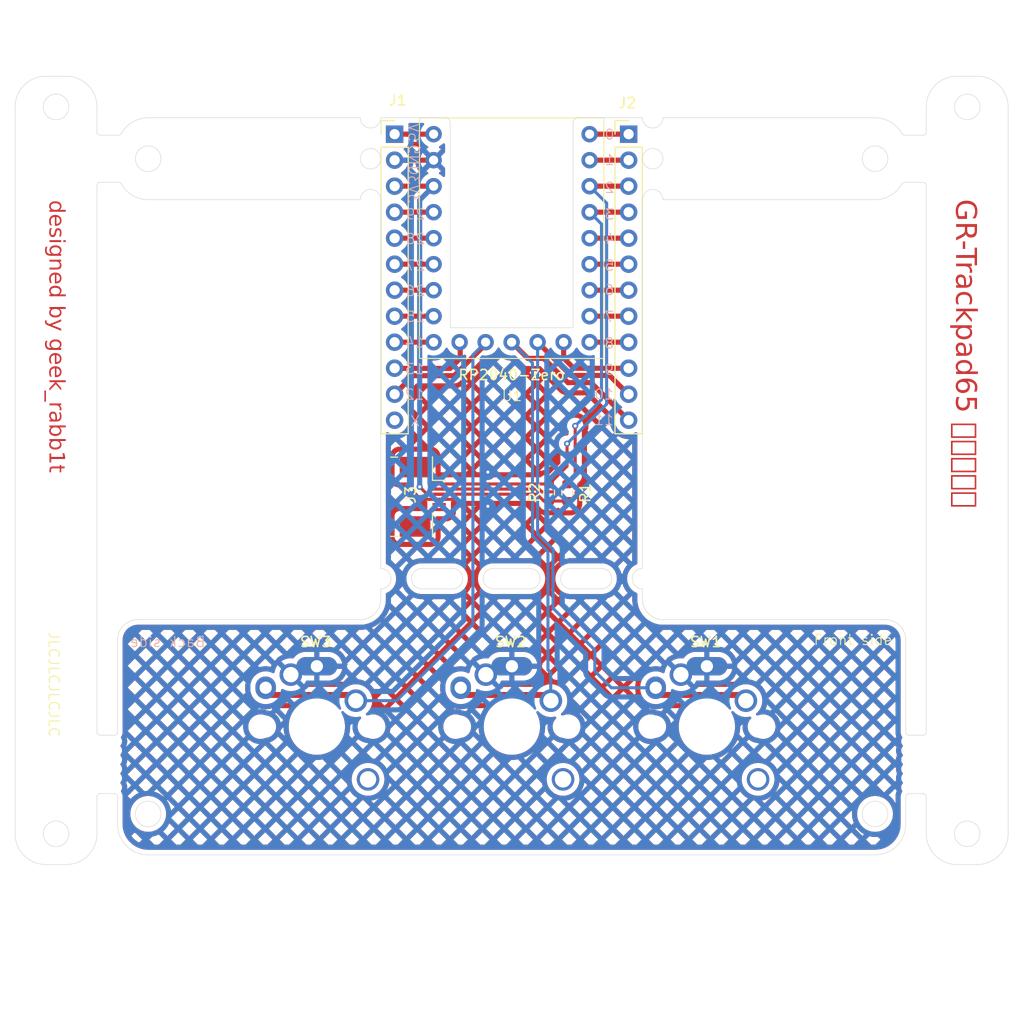
<source format=kicad_pcb>
(kicad_pcb (version 20240108) (generator "pcbnew") (generator_version "8.0")
  (layers (0 "F.Cu" signal) (31 "B.Cu" signal) (34 "B.Paste" user) (35 "F.Paste" user) (36 "B.SilkS" user "B.Silkscreen") (37 "F.SilkS" user "F.Silkscreen") (38 "B.Mask" user) (39 "F.Mask" user) (44 "Edge.Cuts" user))
  (net 0 "")
  (net 1 "/SCL")
  (net 2 "GND")
  (net 3 "+3.3V")
  (net 4 "/SDA")
  (net 5 "Net-(J1-Pin_4)")
  (net 6 "Net-(J1-Pin_8)")
  (net 7 "Net-(J1-Pin_1)")
  (net 8 "Net-(J1-Pin_7)")
  (net 9 "Net-(J1-Pin_11)")
  (net 11 "Net-(J1-Pin_10)")
  (net 12 "Net-(J1-Pin_9)")
  (net 13 "Net-(J1-Pin_6)")
  (net 14 "Net-(J1-Pin_5)")
  (net 15 "Net-(J2-Pin_6)")
  (net 16 "Net-(J2-Pin_5)")
  (net 17 "Net-(J2-Pin_8)")
  (net 18 "Net-(J2-Pin_10)")
  (net 19 "Net-(J2-Pin_2)")
  (net 20 "Net-(J2-Pin_11)")
  (net 21 "Net-(J2-Pin_9)")
  (net 22 "Net-(J2-Pin_7)")
  (net 23 "Net-(J2-Pin_1)")
  (net 24 "Net-(J2-Pin_12)")
  (footprint "gr_keyboard:RP2040-Zero" (layer "F.Cu") (at 99.51 69.74)
    (property "Reference" "U1" (at 0.04 15.41 0) (layer "F.SilkS") (effects (font (thickness 0.1))))
    (property "Value" "RP2040-Zero" (at 0 13.36 0) (layer "F.SilkS"))
    (fp_rect (start -9 -11.75) (end 9 11.75) (stroke (width 0.1)) (fill none) (layer "F.SilkS"))
    (fp_text user "27" (at -8.38 3.26 0) (layer "B.SilkS") (effects (font (thickness 0.1)) (justify left bottom mirror)))
    (fp_text user "4" (at 9.02 0.66 0) (layer "B.SilkS") (effects (font (thickness 0.1)) (justify right bottom mirror)))
    (fp_text user "6" (at 9.02 5.64 0) (layer "B.SilkS") (effects (font (thickness 0.1)) (justify right bottom mirror)))
    (fp_text user "3V3" (at -10.18 -3.34 -90) (layer "B.SilkS") (effects (font (thickness 0.1)) (justify left bottom mirror)))
    (fp_text user "7" (at 9.02 8.26 0) (layer "B.SilkS") (effects (font (thickness 0.1)) (justify right bottom mirror)))
    (fp_text user "29" (at -8.38 -1.76 0) (layer "B.SilkS") (effects (font (thickness 0.1)) (justify left bottom mirror)))
    (fp_text user "26" (at -8.38 5.74 0) (layer "B.SilkS") (effects (font (thickness 0.1)) (justify left bottom mirror)))
    (fp_text user "GND" (at -8.88 -9.24 90) (layer "B.SilkS") (effects (font (thickness 0.1)) (justify left bottom mirror)))
    (fp_text user "5V" (at -10.18 -9.34 -90) (layer "B.SilkS") (effects (font (thickness 0.1)) (justify left bottom mirror)))
    (fp_text user "11" (at 9.02 18.34 0) (layer "B.SilkS") (effects (font (thickness 0.1)) (justify bottom mirror)))
    (fp_text user "9" (at 9.52 13.44 0) (layer "B.SilkS") (effects (font (thickness 0.1)) (justify bottom mirror)))
    (fp_text user "0" (at 9.02 -9.54 0) (layer "B.SilkS") (effects (font (thickness 0.1)) (justify right bottom mirror)))
    (fp_text user "1" (at 9.02 -7.06 0) (layer "B.SilkS") (effects (font (thickness 0.1)) (justify right bottom mirror)))
    (fp_text user "5" (at 9.02 3.26 0) (layer "B.SilkS") (effects (font (thickness 0.1)) (justify right bottom mirror)))
    (fp_text user "28" (at -8.38 0.66 0) (layer "B.SilkS") (effects (font (thickness 0.1)) (justify left bottom mirror)))
    (fp_text user "14" (at -8.48 10.76 0) (layer "B.SilkS") (effects (font (thickness 0.1)) (justify left bottom mirror)))
    (fp_text user "12" (at -9.48 15.86 0) (layer "B.SilkS") (effects (font (thickness 0.1)) (justify bottom mirror)))
    (fp_text user "3" (at 9.02 -1.74 0) (layer "B.SilkS") (effects (font (thickness 0.1)) (justify right bottom mirror)))
    (fp_text user "10" (at 9.02 15.84 0) (layer "B.SilkS") (effects (font (thickness 0.1)) (justify bottom mirror)))
    (fp_text user "2" (at 9.02 -4.34 0) (layer "B.SilkS") (effects (font (thickness 0.1)) (justify right bottom mirror)))
    (fp_text user "8" (at 9 10.86 0) (layer "B.SilkS") (effects (font (thickness 0.1)) (justify right bottom mirror)))
    (fp_text user "15" (at -8.38 8.26 0) (layer "B.SilkS") (effects (font (thickness 0.1)) (justify left bottom mirror)))
    (fp_text user "13" (at -9.48 13.36 0) (layer "B.SilkS") (effects (font (thickness 0.1)) (justify bottom mirror)))
    (pad "0" thru_hole circle (at 7.62 -10.16) (size 1.6 1.6) (drill 0.9) (layers "*.Cu" "*.Mask") (net 23 "Net-(J2-Pin_1)"))
    (pad "1" thru_hole circle (at 7.62 -7.62) (size 1.6 1.6) (drill 0.9) (layers "*.Cu" "*.Mask") (net 19 "Net-(J2-Pin_2)"))
    (pad "2" thru_hole circle (at 7.62 -5.08) (size 1.6 1.6) (drill 0.9) (layers "*.Cu" "*.Mask") (net 4 "/SDA"))
    (pad "3" thru_hole circle (at 7.62 -2.54) (size 1.6 1.6) (drill 0.9) (layers "*.Cu" "*.Mask") (net 1 "/SCL"))
    (pad "4" thru_hole circle (at 7.62 0) (size 1.6 1.6) (drill 0.9) (layers "*.Cu" "*.Mask") (net 16 "Net-(J2-Pin_5)"))
    (pad "5" thru_hole circle (at 7.62 2.54) (size 1.6 1.6) (drill 0.9) (layers "*.Cu" "*.Mask") (net 15 "Net-(J2-Pin_6)"))
    (pad "6" thru_hole circle (at 7.62 5.08) (size 1.6 1.6) (drill 0.9) (layers "*.Cu" "*.Mask") (net 22 "Net-(J2-Pin_7)"))
    (pad "7" thru_hole circle (at 7.62 7.62) (size 1.6 1.6) (drill 0.9) (layers "*.Cu" "*.Mask") (net 17 "Net-(J2-Pin_8)"))
    (pad "8" thru_hole circle (at 7.62 10.16) (size 1.6 1.6) (drill 0.9) (layers "*.Cu" "*.Mask") (net 21 "Net-(J2-Pin_9)"))
    (pad "9" thru_hole circle (at 5.08 10.16) (size 1.6 1.6) (drill 0.9) (layers "*.Cu" "*.Mask") (net 18 "Net-(J2-Pin_10)"))
    (pad "10" thru_hole circle (at 2.54 10.16) (size 1.6 1.6) (drill 0.9) (layers "*.Cu" "*.Mask") (net 20 "Net-(J2-Pin_11)"))
    (pad "11" thru_hole circle (at 0 10.16) (size 1.6 1.6) (drill 0.9) (layers "*.Cu" "*.Mask") (net 24 "Net-(J2-Pin_12)"))
    (pad "12" thru_hole circle (at -2.54 10.16) (size 1.6 1.6) (drill 0.9) (layers "*.Cu" "*.Mask") (net 9 "Net-(J1-Pin_11)"))
    (pad "13" thru_hole circle (at -5.08 10.16) (size 1.6 1.6) (drill 0.9) (layers "*.Cu" "*.Mask") (net 11 "Net-(J1-Pin_10)"))
    (pad "14" thru_hole circle (at -7.62 10.16) (size 1.6 1.6) (drill 0.9) (layers "*.Cu" "*.Mask") (net 12 "Net-(J1-Pin_9)"))
    (pad "15" thru_hole circle (at -7.62 7.62) (size 1.6 1.6) (drill 0.9) (layers "*.Cu" "*.Mask") (net 6 "Net-(J1-Pin_8)"))
    (pad "26" thru_hole circle (at -7.62 5.08) (size 1.6 1.6) (drill 0.9) (layers "*.Cu" "*.Mask") (net 8 "Net-(J1-Pin_7)"))
    (pad "27" thru_hole circle (at -7.62 2.54) (size 1.6 1.6) (drill 0.9) (layers "*.Cu" "*.Mask") (net 13 "Net-(J1-Pin_6)"))
    (pad "28" thru_hole circle (at -7.62 0) (size 1.6 1.6) (drill 0.9) (layers "*.Cu" "*.Mask") (net 14 "Net-(J1-Pin_5)"))
    (pad "29" thru_hole circle (at -7.62 -2.54) (size 1.6 1.6) (drill 0.9) (layers "*.Cu" "*.Mask") (net 5 "Net-(J1-Pin_4)"))
    (pad "30" thru_hole circle (at -7.62 -5.08) (size 1.6 1.6) (drill 0.9) (layers "*.Cu" "*.Mask") (net 3 "+3.3V"))
    (pad "31" thru_hole circle (at -7.62 -7.62) (size 1.6 1.6) (drill 0.9) (layers "*.Cu" "*.Mask") (net 2 "GND"))
    (pad "32" thru_hole circle (at -7.62 -10.16) (size 1.6 1.6) (drill 0.9) (layers "*.Cu" "*.Mask") (net 7 "Net-(J1-Pin_1)"))
  )
  (footprint "gr_keyboard:MX_Choc_solder" (layer "F.Cu") (at 109.06 126.98 180)
    (property "Reference" "SW2" (at 9.65 17.8 0) (layer "F.SilkS"))
    (property "Value" "SW_Push")
    (pad "" np_thru_hole circle (at 4.025 9.525 270) (size 1.9 1.9) (drill 1.9) (layers "*.Cu" "*.Mask"))
    (pad "" np_thru_hole circle (at 4.445 9.525 270) (size 1.7 1.7) (drill 1.7) (layers "*.Cu" "*.Mask"))
    (pad "" thru_hole circle (at 4.525 4.375 270) (size 2.2 2.2) (drill 1.6) (layers "*.Cu" "*.Mask"))
    (pad "" np_thru_hole circle (at 9.525 9.525 270) (size 5 5) (drill 5) (layers "*.Cu" "*.Mask"))
    (pad "" np_thru_hole circle (at 14.605 9.525 270) (size 1.7 1.7) (drill 1.7) (layers "*.Cu" "*.Mask"))
    (pad "" np_thru_hole circle (at 15.025 9.525 270) (size 1.9 1.9) (drill 1.9) (layers "*.Cu" "*.Mask"))
    (pad "1" thru_hole circle (at 5.715 12.065 270) (size 2.2 2.2) (drill 1.5) (layers "*.Cu" "*.Mask") (net 24 "Net-(J2-Pin_12)"))
    (pad "1" smd rect (at 10.26 12.62 270) (size 0.58 7.68) (layers "F.Cu") (net 24 "Net-(J2-Pin_12)"))
    (pad "1" thru_hole oval (at 14.525 13.325 180) (size 2 2.2) (drill 1.2) (layers "*.Cu" "*.Mask") (net 24 "Net-(J2-Pin_12)"))
    (pad "2" thru_hole oval (at 9.525 15.425 180) (size 4 1.8) (drill 1.2) (layers "*.Cu" "*.Mask") (net 2 "GND"))
    (pad "2" thru_hole circle (at 12.065 14.605 270) (size 2.2 2.2) (drill 1.5) (layers "*.Cu" "*.Mask") (net 2 "GND"))
  )
  (footprint "gr_keyboard:assembly_tool_hole" (layer "F.Cu") (at 55.01 122.92)
    (property "Reference" "REF**" (hide yes))
    (property "Value" "assembly_tool_hole" (hide yes))
    (pad "" np_thru_hole circle (at 0 0) (size 1.152 1.152) (drill 1.152) (layers "F&B.Cu" "*.Mask"))
  )
  (footprint "gr_keyboard:MX_Choc_solder" (layer "F.Cu") (at 90.01 126.98 180)
    (property "Reference" "SW3" (at 9.65 17.8 0) (layer "F.SilkS"))
    (property "Value" "SW_Push")
    (pad "" np_thru_hole circle (at 4.025 9.525 270) (size 1.9 1.9) (drill 1.9) (layers "*.Cu" "*.Mask"))
    (pad "" np_thru_hole circle (at 4.445 9.525 270) (size 1.7 1.7) (drill 1.7) (layers "*.Cu" "*.Mask"))
    (pad "" thru_hole circle (at 4.525 4.375 270) (size 2.2 2.2) (drill 1.6) (layers "*.Cu" "*.Mask"))
    (pad "" np_thru_hole circle (at 9.525 9.525 270) (size 5 5) (drill 5) (layers "*.Cu" "*.Mask"))
    (pad "" np_thru_hole circle (at 14.605 9.525 270) (size 1.7 1.7) (drill 1.7) (layers "*.Cu" "*.Mask"))
    (pad "" np_thru_hole circle (at 15.025 9.525 270) (size 1.9 1.9) (drill 1.9) (layers "*.Cu" "*.Mask"))
    (pad "1" thru_hole circle (at 5.715 12.065 270) (size 2.2 2.2) (drill 1.5) (layers "*.Cu" "*.Mask") (net 9 "Net-(J1-Pin_11)"))
    (pad "1" smd rect (at 10.26 12.62 270) (size 0.58 7.68) (layers "F.Cu") (net 9 "Net-(J1-Pin_11)"))
    (pad "1" thru_hole oval (at 14.525 13.325 180) (size 2 2.2) (drill 1.2) (layers "*.Cu" "*.Mask") (net 9 "Net-(J1-Pin_11)"))
    (pad "2" thru_hole oval (at 9.525 15.425 180) (size 4 1.8) (drill 1.2) (layers "*.Cu" "*.Mask") (net 2 "GND"))
    (pad "2" thru_hole circle (at 12.065 14.605 270) (size 2.2 2.2) (drill 1.5) (layers "*.Cu" "*.Mask") (net 2 "GND"))
  )
  (footprint "gr_keyboard:assembly_tool_hole" (layer "F.Cu") (at 55.01 61.92)
    (property "Reference" "REF**" (hide yes))
    (property "Value" "assembly_tool_hole" (hide yes))
    (pad "" np_thru_hole circle (at 0 0) (size 1.152 1.152) (drill 1.152) (layers "F&B.Cu" "*.Mask"))
  )
  (footprint "gr_keyboard:mouse_bites_round" (layer "F.Cu") (at 135.01 65.979762 180)
    (property "Reference" "REF**" (hide yes))
    (property "Value" "mouse_bites" (hide yes))
    (fp_line (start -2.885667 6.300838) (end -4.7 6.3) (stroke (width 0.05)) (layer "Edge.Cuts"))
    (fp_line (start -2.885667 1.699162) (end -4.7 1.7) (stroke (width 0.05)) (layer "Edge.Cuts"))
    (fp_arc (start 0 8) (mid -1.520224 7.586294) (end -2.621165 6.459279) (stroke (width 0.05)) (layer "Edge.Cuts"))
    (fp_arc (start -2.621165 1.540721) (mid -1.520224 0.413706) (end 0 0) (stroke (width 0.05)) (layer "Edge.Cuts"))
    (fp_arc (start -2.621165 1.540721) (mid -2.731504 1.656522) (end -2.885667 1.699162) (stroke (width 0.05)) (layer "Edge.Cuts"))
    (fp_arc (start -2.885667 6.300838) (mid -2.731505 6.34348) (end -2.621165 6.459279) (stroke (width 0.05)) (layer "Edge.Cuts"))
    (fp_arc (start -4.7 1.7) (mid -4.912132 1.612132) (end -5 1.4) (stroke (width 0.05)) (layer "Edge.Cuts"))
    (fp_arc (start -5 6.6) (mid -4.912132 6.387868) (end -4.7 6.3) (stroke (width 0.05)) (layer "Edge.Cuts"))
    (pad "" np_thru_hole circle (at -3.1 3.1 180) (size 0.6 0.6) (drill 0.6) (layers "F&B.Cu" "*.Mask"))
    (pad "" np_thru_hole circle (at -3.1 4 180) (size 0.6 0.6) (drill 0.6) (layers "F&B.Cu" "*.Mask"))
    (pad "" np_thru_hole circle (at -3.1 4.9 180) (size 0.6 0.6) (drill 0.6) (layers "F&B.Cu" "*.Mask"))
    (pad "" np_thru_hole circle (at -2.95 2.2 180) (size 0.6 0.6) (drill 0.6) (layers "F&B.Cu" "*.Mask"))
    (pad "" np_thru_hole circle (at -2.95 5.8 180) (size 0.6 0.6) (drill 0.6) (layers "F&B.Cu" "*.Mask"))
  )
  (footprint "gr_keyboard:Jushuo_AFC07-S06FCA-00_1x6-1MP_P0.50_Horizontal-JLC" (layer "F.Cu") (at 91.58 95 90)
    (property "Reference" "J3" (at 0.2 -1.95 90) (layer "F.SilkS"))
    (property "Value" "Conn_01x06")
    (fp_line (start 3.87 -3.2) (end 3.87 -3.88) (stroke (width 0.12)) (layer "F.SilkS"))
    (fp_line (start -3.87 -3.2) (end -3.87 -3.88) (stroke (width 0.12)) (layer "F.SilkS"))
    (fp_line (start 1.6 0.2) (end 3.9 0.2) (stroke (width 0.12)) (layer "F.SilkS"))
    (fp_line (start 1.6 0.2) (end 1.6 1.5) (stroke (width 0.12)) (layer "F.SilkS"))
    (fp_line (start -1.6 0.2) (end -3.9 0.2) (stroke (width 0.12)) (layer "F.SilkS"))
    (pad "" smd rect (at -2.9 -1.5 270) (size 2 3) (layers "F.Cu" "F.Paste" "F.Mask"))
    (pad "" smd rect (at 2.9 -1.5 270) (size 2 3) (layers "F.Cu" "F.Paste" "F.Mask"))
    (pad "1" smd rect (at 1.25 0.85 270) (size 0.3 1.3) (layers "F.Cu" "F.Paste" "F.Mask") (net 4 "/SDA"))
    (pad "2" smd rect (at 0.75 0.85 270) (size 0.3 1.3) (layers "F.Cu" "F.Paste" "F.Mask") (net 1 "/SCL"))
    (pad "3" smd rect (at 0.25 0.85 270) (size 0.3 1.3) (layers "F.Cu" "F.Paste" "F.Mask") (net 3 "+3.3V"))
    (pad "4" smd rect (at -0.25 0.85 270) (size 0.3 1.3) (layers "F.Cu" "F.Paste" "F.Mask") (net 2 "GND"))
    (pad "5" smd rect (at -0.75 0.85 270) (size 0.3 1.3) (layers "F.Cu" "F.Paste" "F.Mask"))
    (pad "6" smd rect (at -1.25 0.85 270) (size 0.3 1.3) (layers "F.Cu" "F.Paste" "F.Mask"))
  )
  (footprint "gr_keyboard:mouse_bites_round" (layer "F.Cu") (at 64.01 57.98)
    (property "Reference" "REF**" (hide yes))
    (property "Value" "mouse_bites" (hide yes))
    (fp_line (start -2.885667 1.699162) (end -4.7 1.7) (stroke (width 0.05)) (layer "Edge.Cuts"))
    (fp_line (start -2.885667 6.300838) (end -4.7 6.3) (stroke (width 0.05)) (layer "Edge.Cuts"))
    (fp_arc (start -5 6.6) (mid -4.912132 6.387868) (end -4.7 6.3) (stroke (width 0.05)) (layer "Edge.Cuts"))
    (fp_arc (start -4.7 1.7) (mid -4.912132 1.612132) (end -5 1.4) (stroke (width 0.05)) (layer "Edge.Cuts"))
    (fp_arc (start -2.885667 6.300838) (mid -2.731505 6.34348) (end -2.621165 6.459279) (stroke (width 0.05)) (layer "Edge.Cuts"))
    (fp_arc (start -2.621165 1.540721) (mid -2.731504 1.656522) (end -2.885667 1.699162) (stroke (width 0.05)) (layer "Edge.Cuts"))
    (fp_arc (start -2.621165 1.540721) (mid -1.520224 0.413706) (end 0 0) (stroke (width 0.05)) (layer "Edge.Cuts"))
    (fp_arc (start 0 8) (mid -1.520224 7.586294) (end -2.621165 6.459279) (stroke (width 0.05)) (layer "Edge.Cuts"))
    (pad "" np_thru_hole circle (at -3.1 3.1) (size 0.6 0.6) (drill 0.6) (layers "F&B.Cu" "*.Mask"))
    (pad "" np_thru_hole circle (at -3.1 4) (size 0.6 0.6) (drill 0.6) (layers "F&B.Cu" "*.Mask"))
    (pad "" np_thru_hole circle (at -3.1 4.9) (size 0.6 0.6) (drill 0.6) (layers "F&B.Cu" "*.Mask"))
    (pad "" np_thru_hole circle (at -2.95 2.2) (size 0.6 0.6) (drill 0.6) (layers "F&B.Cu" "*.Mask"))
    (pad "" np_thru_hole circle (at -2.95 5.8) (size 0.6 0.6) (drill 0.6) (layers "F&B.Cu" "*.Mask"))
  )
  (footprint "gr_keyboard:MX_Choc_solder" (layer "F.Cu") (at 128.11 126.98 180)
    (property "Reference" "SW1" (at 9.65 17.8 0) (layer "F.SilkS"))
    (property "Value" "SW_Push")
    (pad "" np_thru_hole circle (at 4.025 9.525 270) (size 1.9 1.9) (drill 1.9) (layers "*.Cu" "*.Mask"))
    (pad "" np_thru_hole circle (at 4.445 9.525 270) (size 1.7 1.7) (drill 1.7) (layers "*.Cu" "*.Mask"))
    (pad "" thru_hole circle (at 4.525 4.375 270) (size 2.2 2.2) (drill 1.6) (layers "*.Cu" "*.Mask"))
    (pad "" np_thru_hole circle (at 9.525 9.525 270) (size 5 5) (drill 5) (layers "*.Cu" "*.Mask"))
    (pad "" np_thru_hole circle (at 14.605 9.525 270) (size 1.7 1.7) (drill 1.7) (layers "*.Cu" "*.Mask"))
    (pad "" np_thru_hole circle (at 15.025 9.525 270) (size 1.9 1.9) (drill 1.9) (layers "*.Cu" "*.Mask"))
    (pad "1" thru_hole circle (at 5.715 12.065 270) (size 2.2 2.2) (drill 1.5) (layers "*.Cu" "*.Mask") (net 20 "Net-(J2-Pin_11)"))
    (pad "1" smd rect (at 10.26 12.62 270) (size 0.58 7.68) (layers "F.Cu") (net 20 "Net-(J2-Pin_11)"))
    (pad "1" thru_hole oval (at 14.525 13.325 180) (size 2 2.2) (drill 1.2) (layers "*.Cu" "*.Mask") (net 20 "Net-(J2-Pin_11)"))
    (pad "2" thru_hole oval (at 9.525 15.425 180) (size 4 1.8) (drill 1.2) (layers "*.Cu" "*.Mask") (net 2 "GND"))
    (pad "2" thru_hole circle (at 12.065 14.605 270) (size 2.2 2.2) (drill 1.5) (layers "*.Cu" "*.Mask") (net 2 "GND"))
  )
  (footprint "Connector_PinHeader_2.54mm:PinHeader_1x12_P2.54mm_Vertical" (layer "F.Cu") (at 110.94 59.579762)
    (property "Reference" "J2" (at -0.13 -3.049762 0) (layer "F.SilkS"))
    (property "Value" "Conn_01x12")
    (fp_line (start -1.33 -1.33) (end 0 -1.33) (stroke (width 0.12)) (layer "F.SilkS"))
    (fp_line (start -1.33 0) (end -1.33 -1.33) (stroke (width 0.12)) (layer "F.SilkS"))
    (fp_line (start -1.33 1.27) (end -1.33 29.27) (stroke (width 0.12)) (layer "F.SilkS"))
    (fp_line (start -1.33 1.27) (end 1.33 1.27) (stroke (width 0.12)) (layer "F.SilkS"))
    (fp_line (start -1.33 29.27) (end 1.33 29.27) (stroke (width 0.12)) (layer "F.SilkS"))
    (fp_line (start 1.33 1.27) (end 1.33 29.27) (stroke (width 0.12)) (layer "F.SilkS"))
    (pad "1" thru_hole rect (at 0 0) (size 1.7 1.7) (drill 1) (layers "*.Cu" "*.Mask") (net 23 "Net-(J2-Pin_1)"))
    (pad "2" thru_hole oval (at 0 2.54) (size 1.7 1.7) (drill 1) (layers "*.Cu" "*.Mask") (net 19 "Net-(J2-Pin_2)"))
    (pad "3" thru_hole oval (at 0 5.08) (size 1.7 1.7) (drill 1) (layers "*.Cu" "*.Mask") (net 4 "/SDA"))
    (pad "4" thru_hole oval (at 0 7.62) (size 1.7 1.7) (drill 1) (layers "*.Cu" "*.Mask") (net 1 "/SCL"))
    (pad "5" thru_hole oval (at 0 10.16) (size 1.7 1.7) (drill 1) (layers "*.Cu" "*.Mask") (net 16 "Net-(J2-Pin_5)"))
    (pad "6" thru_hole oval (at 0 12.7) (size 1.7 1.7) (drill 1) (layers "*.Cu" "*.Mask") (net 15 "Net-(J2-Pin_6)"))
    (pad "7" thru_hole oval (at 0 15.24) (size 1.7 1.7) (drill 1) (layers "*.Cu" "*.Mask") (net 22 "Net-(J2-Pin_7)"))
    (pad "8" thru_hole oval (at 0 17.78) (size 1.7 1.7) (drill 1) (layers "*.Cu" "*.Mask") (net 17 "Net-(J2-Pin_8)"))
    (pad "9" thru_hole oval (at 0 20.32) (size 1.7 1.7) (drill 1) (layers "*.Cu" "*.Mask") (net 21 "Net-(J2-Pin_9)"))
    (pad "10" thru_hole oval (at 0 22.86) (size 1.7 1.7) (drill 1) (layers "*.Cu" "*.Mask") (net 18 "Net-(J2-Pin_10)"))
    (pad "11" thru_hole oval (at 0 25.4) (size 1.7 1.7) (drill 1) (layers "*.Cu" "*.Mask") (net 20 "Net-(J2-Pin_11)"))
    (pad "12" thru_hole oval (at 0 27.94) (size 1.7 1.7) (drill 1) (layers "*.Cu" "*.Mask") (net 24 "Net-(J2-Pin_12)"))
  )
  (footprint "gr_keyboard:mouse_bites" (layer "F.Cu") (at 140.01 124.29 180)
    (property "Reference" "REF**" (hide yes))
    (property "Value" "mouse_bites" (hide yes))
    (fp_line (start 1.7 6) (end 0.3 6) (stroke (width 0.05)) (layer "Edge.Cuts"))
    (fp_line (start 1.7 0.3) (end 0.3 0.3) (stroke (width 0.05)) (layer "Edge.Cuts"))
    (fp_arc (start 2 0) (mid 1.912132 0.212132) (end 1.7 0.3) (stroke (width 0.05)) (layer "Edge.Cuts"))
    (fp_arc (start 1.7 6) (mid 1.912132 6.087868) (end 2 6.3) (stroke (width 0.05)) (layer "Edge.Cuts"))
    (fp_arc (start 0.3 0.3) (mid 0.087868 0.212132) (end 0 0) (stroke (width 0.05)) (layer "Edge.Cuts"))
    (fp_arc (start 0 6.3) (mid 0.087868 6.087868) (end 0.3 6) (stroke (width 0.05)) (layer "Edge.Cuts"))
    (pad "" np_thru_hole circle (at 1.9 0.9 180) (size 0.6 0.6) (drill 0.6) (layers "F&B.Cu" "*.Mask"))
    (pad "" np_thru_hole circle (at 1.9 1.8 180) (size 0.6 0.6) (drill 0.6) (layers "F&B.Cu" "*.Mask"))
    (pad "" np_thru_hole circle (at 1.9 2.7 180) (size 0.6 0.6) (drill 0.6) (layers "F&B.Cu" "*.Mask"))
    (pad "" np_thru_hole circle (at 1.9 3.6 180) (size 0.6 0.6) (drill 0.6) (layers "F&B.Cu" "*.Mask"))
    (pad "" np_thru_hole circle (at 1.9 4.5 180) (size 0.6 0.6) (drill 0.6) (layers "F&B.Cu" "*.Mask"))
    (pad "" np_thru_hole circle (at 1.9 5.4 180) (size 0.6 0.6) (drill 0.6) (layers "F&B.Cu" "*.Mask"))
  )
  (footprint "gr_keyboard:mouse_bites" (layer "F.Cu") (at 59.01 117.99)
    (property "Reference" "REF**" (hide yes))
    (property "Value" "mouse_bites" (hide yes))
    (fp_line (start 1.7 0.3) (end 0.3 0.3) (stroke (width 0.05)) (layer "Edge.Cuts"))
    (fp_line (start 1.7 6) (end 0.3 6) (stroke (width 0.05)) (layer "Edge.Cuts"))
    (fp_arc (start 0 6.3) (mid 0.087868 6.087868) (end 0.3 6) (stroke (width 0.05)) (layer "Edge.Cuts"))
    (fp_arc (start 0.3 0.3) (mid 0.087868 0.212132) (end 0 0) (stroke (width 0.05)) (layer "Edge.Cuts"))
    (fp_arc (start 1.7 6) (mid 1.912132 6.087868) (end 2 6.3) (stroke (width 0.05)) (layer "Edge.Cuts"))
    (fp_arc (start 2 0) (mid 1.912132 0.212132) (end 1.7 0.3) (stroke (width 0.05)) (layer "Edge.Cuts"))
    (pad "" np_thru_hole circle (at 1.9 0.9) (size 0.6 0.6) (drill 0.6) (layers "F&B.Cu" "*.Mask"))
    (pad "" np_thru_hole circle (at 1.9 1.8) (size 0.6 0.6) (drill 0.6) (layers "F&B.Cu" "*.Mask"))
    (pad "" np_thru_hole circle (at 1.9 2.7) (size 0.6 0.6) (drill 0.6) (layers "F&B.Cu" "*.Mask"))
    (pad "" np_thru_hole circle (at 1.9 3.6) (size 0.6 0.6) (drill 0.6) (layers "F&B.Cu" "*.Mask"))
    (pad "" np_thru_hole circle (at 1.9 4.5) (size 0.6 0.6) (drill 0.6) (layers "F&B.Cu" "*.Mask"))
    (pad "" np_thru_hole circle (at 1.9 5.4) (size 0.6 0.6) (drill 0.6) (layers "F&B.Cu" "*.Mask"))
  )
  (footprint "Resistor_SMD:R_0603_1608Metric" (layer "F.Cu") (at 104.94 94.6 90)
    (property "Reference" "R1" (at -0.01 1.77 90) (layer "F.SilkS"))
    (property "Value" "1kΩ")
    (fp_line (start -0.237258 -0.5225) (end 0.237258 -0.5225) (stroke (width 0.12)) (layer "F.SilkS"))
    (fp_line (start -0.237258 0.5225) (end 0.237258 0.5225) (stroke (width 0.12)) (layer "F.SilkS"))
    (pad "1" smd roundrect (at -0.825 0 90) (size 0.8 0.95) (layers "F.Cu" "F.Paste" "F.Mask") (net 3 "+3.3V"))
    (pad "2" smd roundrect (at 0.825 0 90) (size 0.8 0.95) (layers "F.Cu" "F.Paste" "F.Mask") (net 1 "/SCL"))
  )
  (footprint "Resistor_SMD:R_0603_1608Metric" (layer "F.Cu") (at 103.17 94.59 90)
    (property "Reference" "R2" (at 0 -1.43 90) (layer "F.SilkS"))
    (property "Value" "1kΩ")
    (fp_line (start -0.237258 -0.5225) (end 0.237258 -0.5225) (stroke (width 0.12)) (layer "F.SilkS"))
    (fp_line (start -0.237258 0.5225) (end 0.237258 0.5225) (stroke (width 0.12)) (layer "F.SilkS"))
    (pad "1" smd roundrect (at -0.825 0 90) (size 0.8 0.95) (layers "F.Cu" "F.Paste" "F.Mask") (net 3 "+3.3V"))
    (pad "2" smd roundrect (at 0.825 0 90) (size 0.8 0.95) (layers "F.Cu" "F.Paste" "F.Mask") (net 4 "/SDA"))
  )
  (footprint "Connector_PinHeader_2.54mm:PinHeader_1x12_P2.54mm_Vertical" (layer "F.Cu") (at 88.08 59.579762)
    (property "Reference" "J1" (at 0.31 -3.309762 0) (layer "F.SilkS"))
    (property "Value" "Conn_01x12")
    (fp_line (start -1.33 -1.33) (end 0 -1.33) (stroke (width 0.12)) (layer "F.SilkS"))
    (fp_line (start -1.33 0) (end -1.33 -1.33) (stroke (width 0.12)) (layer "F.SilkS"))
    (fp_line (start -1.33 1.27) (end -1.33 29.27) (stroke (width 0.12)) (layer "F.SilkS"))
    (fp_line (start -1.33 1.27) (end 1.33 1.27) (stroke (width 0.12)) (layer "F.SilkS"))
    (fp_line (start -1.33 29.27) (end 1.33 29.27) (stroke (width 0.12)) (layer "F.SilkS"))
    (fp_line (start 1.33 1.27) (end 1.33 29.27) (stroke (width 0.12)) (layer "F.SilkS"))
    (pad "1" thru_hole rect (at 0 0) (size 1.7 1.7) (drill 1) (layers "*.Cu" "*.Mask") (net 7 "Net-(J1-Pin_1)"))
    (pad "2" thru_hole oval (at 0 2.54) (size 1.7 1.7) (drill 1) (layers "*.Cu" "*.Mask") (net 2 "GND"))
    (pad "3" thru_hole oval (at 0 5.08) (size 1.7 1.7) (drill 1) (layers "*.Cu" "*.Mask") (net 3 "+3.3V"))
    (pad "4" thru_hole oval (at 0 7.62) (size 1.7 1.7) (drill 1) (layers "*.Cu" "*.Mask") (net 5 "Net-(J1-Pin_4)"))
    (pad "5" thru_hole oval (at 0 10.16) (size 1.7 1.7) (drill 1) (layers "*.Cu" "*.Mask") (net 14 "Net-(J1-Pin_5)"))
    (pad "6" thru_hole oval (at 0 12.7) (size 1.7 1.7) (drill 1) (layers "*.Cu" "*.Mask") (net 13 "Net-(J1-Pin_6)"))
    (pad "7" thru_hole oval (at 0 15.24) (size 1.7 1.7) (drill 1) (layers "*.Cu" "*.Mask") (net 8 "Net-(J1-Pin_7)"))
    (pad "8" thru_hole oval (at 0 17.78) (size 1.7 1.7) (drill 1) (layers "*.Cu" "*.Mask") (net 6 "Net-(J1-Pin_8)"))
    (pad "9" thru_hole oval (at 0 20.32) (size 1.7 1.7) (drill 1) (layers "*.Cu" "*.Mask") (net 12 "Net-(J1-Pin_9)"))
    (pad "10" thru_hole oval (at 0 22.86) (size 1.7 1.7) (drill 1) (layers "*.Cu" "*.Mask") (net 11 "Net-(J1-Pin_10)"))
    (pad "11" thru_hole oval (at 0 25.4) (size 1.7 1.7) (drill 1) (layers "*.Cu" "*.Mask") (net 9 "Net-(J1-Pin_11)"))
    (pad "12" thru_hole oval (at 0 27.94) (size 1.7 1.7) (drill 1) (layers "*.Cu" "*.Mask"))
  )
  (footprint "gr_keyboard:assembly_tool_hole" (layer "F.Cu") (at 144.01 61.92)
    (property "Reference" "REF**" (hide yes))
    (property "Value" "assembly_tool_hole" (hide yes))
    (pad "" np_thru_hole circle (at 0 0) (size 1.152 1.152) (drill 1.152) (layers "F&B.Cu" "*.Mask"))
  )
  (gr_line (start 105.29 104) (end 108.29 104) (stroke (width 0.05)) (layer "Edge.Cuts"))
  (gr_arc (start 101.29 102) (mid 102.29 103) (end 101.29 104) (stroke (width 0.05)) (layer "Edge.Cuts"))
  (gr_line (start 145.01 130.92) (end 143.01 130.92) (stroke (width 0.05)) (layer "Edge.Cuts"))
  (gr_arc (start 114.29 57.979762) (mid 113.29 58.979762) (end 112.29 57.979762) (stroke (width 0.05)) (layer "Edge.Cuts"))
  (gr_arc (start 112.29 65.979762) (mid 113.29 64.979762) (end 114.29 65.979762) (stroke (width 0.05)) (layer "Edge.Cuts"))
  (gr_line (start 90.73 104) (end 93.73 104) (stroke (width 0.05)) (layer "Edge.Cuts"))
  (gr_line (start 86.73 104) (end 86.73 104.999762) (stroke (width 0.05)) (layer "Edge.Cuts"))
  (gr_line (start 105.509962 58.48) (end 105.51 78.49) (stroke (width 0.05)) (layer "Edge.Cuts"))
  (gr_arc (start 84.73 65.980238) (mid 85.73 64.980238) (end 86.73 65.980238) (stroke (width 0.05)) (layer "Edge.Cuts"))
  (gr_circle (center 135.01 61.98) (end 136.26 61.98) (stroke (width 0.05)) (fill none) (layer "Edge.Cuts"))
  (gr_line (start 112.29 104) (end 112.29 105) (stroke (width 0.05)) (layer "Edge.Cuts"))
  (gr_arc (start 114.29 61.979762) (mid 113.29 62.979762) (end 112.29 61.979762) (stroke (width 0.05)) (layer "Edge.Cuts"))
  (gr_arc (start 143.01 130.92) (mid 140.88868 130.04132) (end 140.01 127.92) (stroke (width 0.05)) (layer "Edge.Cuts"))
  (gr_arc (start 138.01 126.98) (mid 137.13132 129.10132) (end 135.01 129.98) (stroke (width 0.05)) (layer "Edge.Cuts"))
  (gr_arc (start 56.01 53.92) (mid 58.13132 54.79868) (end 59.01 56.92) (stroke (width 0.05)) (layer "Edge.Cuts"))
  (gr_line (start 135.01 57.98) (end 114.29 57.979762) (stroke (width 0.05)) (layer "Edge.Cuts"))
  (gr_line (start 59.01 117.99) (end 59.01 64.58) (stroke (width 0.05)) (layer "Edge.Cuts"))
  (gr_line (start 138.01 126.98) (end 138.01 124.29) (stroke (width 0.05)) (layer "Edge.Cuts"))
  (gr_arc (start 84.73 61.980238) (mid 85.73 60.980238) (end 86.73 61.980238) (stroke (width 0.05)) (layer "Edge.Cuts"))
  (gr_arc (start 86.73 102) (mid 87.73 103) (end 86.73 104) (stroke (width 0.05)) (layer "Edge.Cuts"))
  (gr_arc (start 86.73 57.980238) (mid 85.73 58.980238) (end 84.73 57.980238) (stroke (width 0.05)) (layer "Edge.Cuts"))
  (gr_line (start 64.01 129.98) (end 135.01 129.98) (stroke (width 0.05)) (layer "Edge.Cuts"))
  (gr_circle (center 144.01 127.92) (end 144.01 126.67) (stroke (width 0.05)) (fill none) (layer "Edge.Cuts"))
  (gr_line (start 97.73 104) (end 101.29 104) (stroke (width 0.05)) (layer "Edge.Cuts"))
  (gr_line (start 61.01 126.98) (end 61.01 124.29) (stroke (width 0.05)) (layer "Edge.Cuts"))
  (gr_line (start 140.01 56.92) (end 140.01 59.379762) (stroke (width 0.05)) (layer "Edge.Cuts"))
  (gr_circle (center 135.01 125.98) (end 136.26 125.98) (stroke (width 0.05)) (fill none) (layer "Edge.Cuts"))
  (gr_line (start 59.01 124.29) (end 59.01 127.92) (stroke (width 0.05)) (layer "Edge.Cuts"))
  (gr_line (start 135.01 65.979762) (end 114.29 65.979762) (stroke (width 0.05)) (layer "Edge.Cuts"))
  (gr_line (start 114.29 107.000038) (end 136.010078 107) (stroke (width 0.05)) (layer "Edge.Cuts"))
  (gr_arc (start 105.509962 58.48) (mid 105.656412 58.126469) (end 106.009962 57.98) (stroke (width 0.05)) (layer "Edge.Cuts"))
  (gr_arc (start 112.29 104) (mid 111.29 103) (end 112.29 102) (stroke (width 0.05)) (layer "Edge.Cuts"))
  (gr_line (start 112.29 57.979762) (end 106.009962 57.98) (stroke (width 0.05)) (layer "Edge.Cuts"))
  (gr_arc (start 61.01 109) (mid 61.595813 107.585835) (end 63.01 107.000078) (stroke (width 0.05)) (layer "Edge.Cuts"))
  (gr_circle (center 144.01 56.92) (end 142.76 56.92) (stroke (width 0.05)) (fill none) (layer "Edge.Cuts"))
  (gr_line (start 112.29 102) (end 112.29 65.979762) (stroke (width 0.05)) (layer "Edge.Cuts"))
  (gr_circle (center 55.01 56.92) (end 53.76 56.92) (stroke (width 0.05)) (fill none) (layer "Edge.Cuts"))
  (gr_line (start 148.01 56.92) (end 148.01 127.92) (stroke (width 0.05)) (layer "Edge.Cuts"))
  (gr_line (start 64.01 57.98) (end 84.73 57.980238) (stroke (width 0.05)) (layer "Edge.Cuts"))
  (gr_arc (start 54.01 130.92) (mid 51.88868 130.04132) (end 51.01 127.92) (stroke (width 0.05)) (layer "Edge.Cuts"))
  (gr_line (start 86.73 57.980238) (end 93.01 57.98) (stroke (width 0.05)) (layer "Edge.Cuts"))
  (gr_line (start 59.01 56.92) (end 59.01 59.38) (stroke (width 0.05)) (layer "Edge.Cuts"))
  (gr_arc (start 93.01 57.98) (mid 93.363524 58.126476) (end 93.51 58.48) (stroke (width 0.05)) (layer "Edge.Cuts"))
  (gr_arc (start 64.01 129.98) (mid 61.88868 129.10132) (end 61.01 126.98) (stroke (width 0.05)) (layer "Edge.Cuts"))
  (gr_line (start 54.01 53.92) (end 56.01 53.92) (stroke (width 0.05)) (layer "Edge.Cuts"))
  (gr_line (start 143.01 53.92) (end 145.01 53.92) (stroke (width 0.05)) (layer "Edge.Cuts"))
  (gr_arc (start 114.29 107.000038) (mid 112.87576 106.41424) (end 112.29 105) (stroke (width 0.05)) (layer "Edge.Cuts"))
  (gr_arc (start 145.01 53.92) (mid 147.13132 54.79868) (end 148.01 56.92) (stroke (width 0.05)) (layer "Edge.Cuts"))
  (gr_arc (start 112.29 61.979762) (mid 113.29 60.979762) (end 114.29 61.979762) (stroke (width 0.05)) (layer "Edge.Cuts"))
  (gr_line (start 90.73 102) (end 93.73 102) (stroke (width 0.05)) (layer "Edge.Cuts"))
  (gr_line (start 138.01 117.99) (end 138.01 109) (stroke (width 0.05)) (layer "Edge.Cuts"))
  (gr_line (start 97.73 102) (end 101.29 102) (stroke (width 0.05)) (layer "Edge.Cuts"))
  (gr_line (start 140.01 127.92) (end 140.01 124.29) (stroke (width 0.05)) (layer "Edge.Cuts"))
  (gr_line (start 63.01 107.000078) (end 84.73 107) (stroke (width 0.05)) (layer "Edge.Cuts"))
  (gr_line (start 105.29 102) (end 108.29 102) (stroke (width 0.05)) (layer "Edge.Cuts"))
  (gr_line (start 56.01 130.92) (end 54.01 130.92) (stroke (width 0.05)) (layer "Edge.Cuts"))
  (gr_line (start 86.73 102) (end 86.73 65.980238) (stroke (width 0.05)) (layer "Edge.Cuts"))
  (gr_circle (center 64.01 61.98) (end 65.26 61.98) (stroke (width 0.05)) (fill none) (layer "Edge.Cuts"))
  (gr_line (start 105.51 78.49) (end 93.51 78.49) (stroke (width 0.05)) (layer "Edge.Cuts"))
  (gr_arc (start 136.010078 107) (mid 137.424243 107.585813) (end 138.01 109) (stroke (width 0.05)) (layer "Edge.Cuts"))
  (gr_arc (start 140.01 56.92) (mid 140.88868 54.79868) (end 143.01 53.92) (stroke (width 0.05)) (layer "Edge.Cuts"))
  (gr_arc (start 93.73 102) (mid 94.73 103) (end 93.73 104) (stroke (width 0.05)) (layer "Edge.Cuts"))
  (gr_arc (start 108.29 102) (mid 109.29 103) (end 108.29 104) (stroke (width 0.05)) (layer "Edge.Cuts"))
  (gr_arc (start 86.73 61.980238) (mid 85.73 62.980238) (end 84.73 61.980238) (stroke (width 0.05)) (layer "Edge.Cuts"))
  (gr_line (start 51.01 127.92) (end 51.01 56.92) (stroke (width 0.05)) (layer "Edge.Cuts"))
  (gr_arc (start 86.73 104.999762) (mid 86.144298 106.414129) (end 84.73 107) (stroke (width 0.05)) (layer "Edge.Cuts"))
  (gr_arc (start 59.01 127.92) (mid 58.13132 130.04132) (end 56.01 130.92) (stroke (width 0.05)) (layer "Edge.Cuts"))
  (gr_circle (center 55.01 127.92) (end 55.01 126.67) (stroke (width 0.05)) (fill none) (layer "Edge.Cuts"))
  (gr_arc (start 148.01 127.92) (mid 147.13132 130.04132) (end 145.01 130.92) (stroke (width 0.05)) (layer "Edge.Cuts"))
  (gr_circle (center 64.01 125.98) (end 65.26 125.98) (stroke (width 0.05)) (fill none) (layer "Edge.Cuts"))
  (gr_line (start 140.01 64.579762) (end 140.01 117.99) (stroke (width 0.05)) (layer "Edge.Cuts"))
  (gr_arc (start 105.29 104) (mid 104.29 103) (end 105.29 102) (stroke (width 0.05)) (layer "Edge.Cuts"))
  (gr_line (start 64.009922 65.98) (end 84.73 65.980238) (stroke (width 0.05)) (layer "Edge.Cuts"))
  (gr_line (start 93.51 78.49) (end 93.51 58.48) (stroke (width 0.05)) (layer "Edge.Cuts"))
  (gr_arc (start 97.73 104) (mid 96.73 103) (end 97.73 102) (stroke (width 0.05)) (layer "Edge.Cuts"))
  (gr_arc (start 51.01 56.92) (mid 51.88868 54.79868) (end 54.01 53.92) (stroke (width 0.05)) (layer "Edge.Cuts"))
  (gr_line (start 61.01 117.99) (end 61.01 109) (stroke (width 0.05)) (layer "Edge.Cuts"))
  (gr_arc (start 90.73 104) (mid 89.73 103) (end 90.73 102) (stroke (width 0.05)) (layer "Edge.Cuts"))
  (gr_text "GR-Trackpad65 実験キット" (at 143.76 65.92 -90) (layer "F.Cu") (effects (font (size 2 2) (thickness 0.1)) (justify left)))
  (gr_text "designed by geek_rabb1t" (at 54.11 66.02 -90) (layer "F.Cu") (effects (font (size 1.5 1.5)) (justify left bottom)))
  (gr_text "X" (at 90.63 88.2 0) (layer "B.SilkS") (effects (font (size 1 1) (thickness 0.1)) (justify left bottom mirror)))
  (gr_text "Back side" (at 69.67 109.76 0) (layer "B.SilkS") (effects (font (size 1 1) (thickness 0.1)) (justify left bottom mirror)))
  (gr_text "JLCJLCJLCJLC" (at 54.21 108.12 -90) (layer "F.SilkS") (effects (font (size 1 1) (thickness 0.1)) (justify left bottom)))
  (gr_text "Front side\n" (at 128.96 109.57 0) (layer "F.SilkS") (effects (font (size 1 1) (thickness 0.1)) (justify left bottom)))
  (segment (start 105.72 92.995) (end 104.94 93.775) (width 0.3) (layer "F.Cu") (net 1))
  (segment (start 92.43 94.25) (end 102.192352 94.25) (width 0.3) (layer "F.Cu") (net 1))
  (segment (start 105.72 88.08) (end 105.72 92.995) (width 0.3) (layer "F.Cu") (net 1))
  (segment (start 102.192352 94.25) (end 102.462352 94.52) (width 0.3) (layer "F.Cu") (net 1))
  (segment (start 110.939762 67.2) (end 110.94 67.199762) (width 0.5) (layer "F.Cu") (net 1))
  (segment (start 107.13 67.2) (end 110.939762 67.2) (width 0.5) (layer "F.Cu") (net 1))
  (segment (start 102.462352 94.52) (end 104.195 94.52) (width 0.3) (layer "F.Cu") (net 1))
  (segment (start 104.195 94.52) (end 104.94 93.775) (width 0.3) (layer "F.Cu") (net 1))
  (via (at 105.72 88.08) (size 0.6) (drill 0.3) (layers "F.Cu" "B.Cu") (net 1))
  (segment (start 108.29 68.36) (end 107.13 67.2) (width 0.3) (layer "B.Cu") (net 1))
  (segment (start 105.72 88.08) (end 108.29 85.51) (width 0.3) (layer "B.Cu") (net 1))
  (segment (start 108.29 85.51) (end 108.29 68.36) (width 0.3) (layer "B.Cu") (net 1))
  (segment (start 92.43 95.25) (end 93.9 95.25) (width 0.3) (layer "F.Cu") (net 2))
  (segment (start 88.08 62.119762) (end 89.35 62.119762) (width 0.5) (layer "F.Cu") (net 2))
  (segment (start 93.9 95.25) (end 95.04 96.39) (width 0.3) (layer "F.Cu") (net 2))
  (segment (start 90.65 95.25) (end 92.43 95.25) (width 0.3) (layer "F.Cu") (net 2))
  (segment (start 89.350238 62.12) (end 91.89 62.12) (width 0.5) (layer "F.Cu") (net 2))
  (segment (start 89.35 62.119762) (end 89.350238 62.12) (width 0.5) (layer "F.Cu") (net 2))
  (segment (start 89.72 94.32) (end 90.65 95.25) (width 0.3) (layer "F.Cu") (net 2))
  (via (at 89.72 94.32) (size 0.6) (drill 0.3) (layers "F.Cu" "B.Cu") (net 2))
  (via (at 97.19 95.93) (size 0.6) (drill 0.3) (layers "F.Cu" "B.Cu") (net 2))
  (via (at 97.19 92.59) (size 0.6) (drill 0.3) (layers "F.Cu" "B.Cu") (net 2))
  (segment (start 89.72 94.32) (end 89.72 64.29) (width 0.5) (layer "B.Cu") (net 2))
  (segment (start 89.72 64.29) (end 91.89 62.12) (width 0.5) (layer "B.Cu") (net 2))
  (segment (start 104.93 95.415) (end 104.94 95.425) (width 0.3) (layer "F.Cu") (net 3))
  (segment (start 88.08 64.659762) (end 91.889762 64.659762) (width 0.5) (layer "F.Cu") (net 3))
  (segment (start 101.985245 94.75) (end 102.650245 95.415) (width 0.3) (layer "F.Cu") (net 3))
  (segment (start 102.650245 95.415) (end 103.17 95.415) (width 0.3) (layer "F.Cu") (net 3))
  (segment (start 92.43 94.75) (end 91.25 94.75) (width 0.3) (layer "F.Cu") (net 3))
  (segment (start 91.889762 64.659762) (end 91.89 64.66) (width 0.5) (layer "F.Cu") (net 3))
  (segment (start 92.43 94.75) (end 101.985245 94.75) (width 0.3) (layer "F.Cu") (net 3))
  (segment (start 103.17 95.415) (end 104.93 95.415) (width 0.3) (layer "F.Cu") (net 3))
  (segment (start 91.25 94.75) (end 90.53 94.03) (width 0.3) (layer "F.Cu") (net 3))
  (via (at 90.53 94.03) (size 0.6) (drill 0.3) (layers "F.Cu" "B.Cu") (net 3))
  (segment (start 90.53 66.02) (end 90.53 94.03) (width 0.5) (layer "B.Cu") (net 3))
  (segment (start 91.89 64.66) (end 90.53 66.02) (width 0.5) (layer "B.Cu") (net 3))
  (segment (start 103.155 93.75) (end 103.17 93.765) (width 0.3) (layer "F.Cu") (net 4))
  (segment (start 107.13 64.66) (end 110.939762 64.66) (width 0.5) (layer "F.Cu") (net 4))
  (segment (start 110.939762 64.66) (end 110.94 64.659762) (width 0.5) (layer "F.Cu") (net 4))
  (segment (start 104.925 89.815) (end 104.925 92.01) (width 0.3) (layer "F.Cu") (net 4))
  (segment (start 92.43 93.75) (end 103.155 93.75) (width 0.3) (layer "F.Cu") (net 4))
  (segment (start 104.925 92.01) (end 103.17 93.765) (width 0.3) (layer "F.Cu") (net 4))
  (via (at 104.925 89.815) (size 0.6) (drill 0.3) (layers "F.Cu" "B.Cu") (net 4))
  (segment (start 108.79 66.32) (end 107.13 64.66) (width 0.3) (layer "B.Cu") (net 4))
  (segment (start 104.925 89.815) (end 108.79 85.95) (width 0.3) (layer "B.Cu") (net 4))
  (segment (start 108.79 85.95) (end 108.79 66.32) (width 0.3) (layer "B.Cu") (net 4))
  (segment (start 88.08 67.199762) (end 91.889762 67.199762) (width 0.5) (layer "F.Cu") (net 5))
  (segment (start 91.889762 67.199762) (end 91.89 67.2) (width 0.5) (layer "F.Cu") (net 5))
  (segment (start 88.08 77.359762) (end 91.889762 77.359762) (width 0.5) (layer "F.Cu") (net 6))
  (segment (start 91.889762 77.359762) (end 91.89 77.36) (width 0.5) (layer "F.Cu") (net 6))
  (segment (start 88.08 59.579762) (end 88.079762 59.58) (width 0.2) (layer "F.Cu") (net 7))
  (segment (start 88.08 59.579762) (end 89.35 59.579762) (width 0.5) (layer "F.Cu") (net 7))
  (segment (start 89.350238 59.58) (end 91.89 59.58) (width 0.5) (layer "F.Cu") (net 7))
  (segment (start 89.35 59.579762) (end 89.350238 59.58) (width 0.5) (layer "F.Cu") (net 7))
  (segment (start 88.08 74.819762) (end 91.889762 74.819762) (width 0.5) (layer "F.Cu") (net 8))
  (segment (start 91.889762 74.819762) (end 91.89 74.82) (width 0.5) (layer "F.Cu") (net 8))
  (segment (start 93.9 83.17) (end 89.889762 83.17) (width 0.5) (layer "F.Cu") (net 9))
  (segment (start 96.97 80.1) (end 93.9 83.17) (width 0.5) (layer "F.Cu") (net 9))
  (segment (start 89.889762 83.17) (end 88.08 84.979762) (width 0.5) (layer "F.Cu") (net 9))
  (segment (start 96.97 79.9) (end 96.97 80.1) (width 0.5) (layer "F.Cu") (net 9))
  (segment (start 96.97 79.9) (end 95.73 81.14) (width 0.3) (layer "B.Cu") (net 9))
  (segment (start 88.275 114.915) (end 84.295 114.915) (width 0.3) (layer "B.Cu") (net 9))
  (segment (start 95.73 107.44) (end 95.73 107.46) (width 0.3) (layer "B.Cu") (net 9))
  (segment (start 95.73 107.46) (end 88.275 114.915) (width 0.3) (layer "B.Cu") (net 9))
  (segment (start 95.73 81.14) (end 95.73 107.44) (width 0.3) (layer "B.Cu") (net 9))
  (segment (start 94.49 79.96) (end 94.49 81.48) (width 0.5) (layer "F.Cu") (net 11))
  (segment (start 94.43 79.9) (end 94.49 79.96) (width 0.2) (layer "F.Cu") (net 11))
  (segment (start 88.100238 82.46) (end 88.08 82.439762) (width 0.5) (layer "F.Cu") (net 11))
  (segment (start 93.51 82.46) (end 88.100238 82.46) (width 0.5) (layer "F.Cu") (net 11))
  (segment (start 94.49 81.48) (end 93.51 82.46) (width 0.5) (layer "F.Cu") (net 11))
  (segment (start 91.889762 79.899762) (end 91.89 79.9) (width 0.5) (layer "F.Cu") (net 12))
  (segment (start 88.08 79.899762) (end 91.889762 79.899762) (width 0.5) (layer "F.Cu") (net 12))
  (segment (start 88.08 72.279762) (end 89.35 72.279762) (width 0.5) (layer "F.Cu") (net 13))
  (segment (start 89.350238 72.28) (end 91.89 72.28) (width 0.5) (layer "F.Cu") (net 13))
  (segment (start 89.35 72.279762) (end 89.350238 72.28) (width 0.5) (layer "F.Cu") (net 13))
  (segment (start 88.08 69.739762) (end 91.889762 69.739762) (width 0.5) (layer "F.Cu") (net 14))
  (segment (start 91.889762 69.739762) (end 91.89 69.74) (width 0.5) (layer "F.Cu") (net 14))
  (segment (start 107.13 72.28) (end 110.939762 72.28) (width 0.5) (layer "F.Cu") (net 15))
  (segment (start 110.939762 72.28) (end 110.94 72.279762) (width 0.5) (layer "F.Cu") (net 15))
  (segment (start 110.939762 69.74) (end 110.94 69.739762) (width 0.5) (layer "F.Cu") (net 16))
  (segment (start 107.13 69.74) (end 110.939762 69.74) (width 0.5) (layer "F.Cu") (net 16))
  (segment (start 107.13 77.36) (end 110.939762 77.36) (width 0.5) (layer "F.Cu") (net 17))
  (segment (start 110.939762 77.36) (end 110.94 77.359762) (width 0.5) (layer "F.Cu") (net 17))
  (segment (start 104.59 81.45005) (end 105.58995 82.45) (width 0.5) (layer "F.Cu") (net 18))
  (segment (start 104.59 79.9) (end 104.59 81.45005) (width 0.5) (layer "F.Cu") (net 18))
  (segment (start 110.929762 82.45) (end 110.94 82.439762) (width 0.5) (layer "F.Cu") (net 18))
  (segment (start 105.58995 82.45) (end 110.929762 82.45) (width 0.5) (layer "F.Cu") (net 18))
  (segment (start 107.13 62.12) (end 110.939762 62.12) (width 0.5) (layer "F.Cu") (net 19))
  (segment (start 110.939762 62.12) (end 110.94 62.119762) (width 0.5) (layer "F.Cu") (net 19))
  (segment (start 110.94 84.979762) (end 110.899762 84.979762) (width 0.5) (layer "F.Cu") (net 20))
  (segment (start 109.07 83.15) (end 105.3 83.15) (width 0.5) (layer "F.Cu") (net 20))
  (segment (start 105.3 83.15) (end 102.05 79.9) (width 0.5) (layer "F.Cu") (net 20))
  (segment (start 110.899762 84.979762) (end 109.07 83.15) (width 0.5) (layer "F.Cu") (net 20))
  (segment (start 109.255 113.655) (end 113.585 113.655) (width 0.3) (layer "B.Cu") (net 20))
  (segment (start 103.56 100.14) (end 103.56 105.912894) (width 0.3) (layer "B.Cu") (net 20))
  (segment (start 107.64 109.972894) (end 107.64 112.04) (width 0.3) (layer "B.Cu") (net 20))
  (segment (start 102.05 98.63) (end 103.56 100.14) (width 0.3) (layer "B.Cu") (net 20))
  (segment (start 103.58 105.912894) (end 107.64 109.972894) (width 0.3) (layer "B.Cu") (net 20))
  (segment (start 102.05 79.9) (end 102.05 98.63) (width 0.3) (layer "B.Cu") (net 20))
  (segment (start 107.64 112.04) (end 109.255 113.655) (width 0.3) (layer "B.Cu") (net 20))
  (segment (start 110.939762 79.9) (end 110.94 79.899762) (width 0.5) (layer "F.Cu") (net 21))
  (segment (start 107.13 79.9) (end 110.939762 79.9) (width 0.5) (layer "F.Cu") (net 21))
  (segment (start 107.13 74.82) (end 110.939762 74.82) (width 0.5) (layer "F.Cu") (net 22))
  (segment (start 110.939762 74.82) (end 110.94 74.819762) (width 0.5) (layer "F.Cu") (net 22))
  (segment (start 110.939762 59.58) (end 110.94 59.579762) (width 0.5) (layer "F.Cu") (net 23))
  (segment (start 107.13 59.58) (end 110.939762 59.58) (width 0.5) (layer "F.Cu") (net 23))
  (segment (start 107.270238 83.85) (end 110.94 87.519762) (width 0.5) (layer "F.Cu") (net 24))
  (segment (start 105.01005 83.85) (end 107.270238 83.85) (width 0.5) (layer "F.Cu") (net 24))
  (segment (start 101.09 81.48) (end 102.64005 81.48) (width 0.5) (layer "F.Cu") (net 24))
  (segment (start 99.51 79.9) (end 101.09 81.48) (width 0.5) (layer "F.Cu") (net 24))
  (segment (start 102.64005 81.48) (end 105.01005 83.85) (width 0.5) (layer "F.Cu") (net 24))
  (segment (start 103.33 114.9) (end 103.345 114.915) (width 0.3) (layer "B.Cu") (net 24))
  (segment (start 101.55 98.84) (end 103.06 100.35) (width 0.3) (layer "B.Cu") (net 24))
  (segment (start 101.55 81.94) (end 101.55 98.84) (width 0.3) (layer "B.Cu") (net 24))
  (segment (start 103.33 112.17) (end 103.33 114.9) (width 0.3) (layer "B.Cu") (net 24))
  (segment (start 103.06 100.35) (end 103.06 111.9) (width 0.3) (layer "B.Cu") (net 24))
  (segment (start 103.06 111.9) (end 103.33 112.17) (width 0.3) (layer "B.Cu") (net 24))
  (segment (start 99.51 79.9) (end 101.55 81.94) (width 0.3) (layer "B.Cu") (net 24))
  (zone (net 2) (net_name "GND") (layers "F&B.Cu") (connect_pads (clearance 0.5)) (min_thickness 0.25) (fill yes (mode hatch) (thermal_gap 0.5) (thermal_bridge_width 0.5) (hatch_thickness 0.5) (hatch_gap 1) (hatch_orientation 45) (hatch_border_algorithm hatch_thickness) (hatch_min_hole_area 0.3))
    (polygon (pts (xy 149.56 146.5) (xy 49.56 146.5) (xy 49.56 46.5) (xy 149.56 46.5)))
  )
)
</source>
